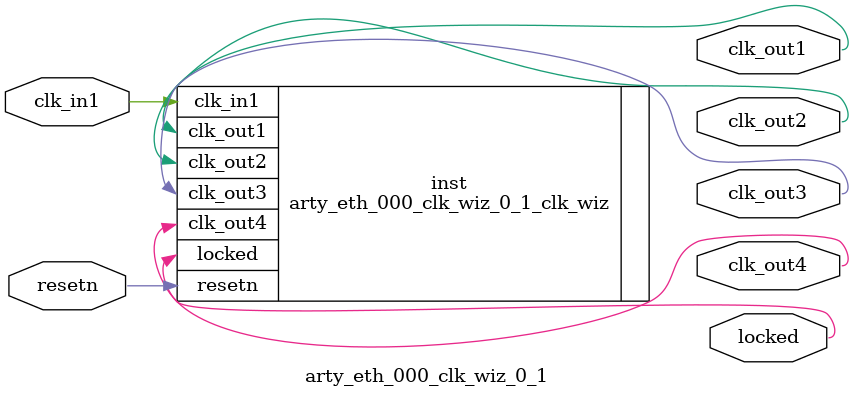
<source format=v>


`timescale 1ps/1ps

(* CORE_GENERATION_INFO = "arty_eth_000_clk_wiz_0_1,clk_wiz_v6_0_1_0_0,{component_name=arty_eth_000_clk_wiz_0_1,use_phase_alignment=true,use_min_o_jitter=false,use_max_i_jitter=false,use_dyn_phase_shift=false,use_inclk_switchover=false,use_dyn_reconfig=false,enable_axi=0,feedback_source=FDBK_AUTO,PRIMITIVE=MMCM,num_out_clk=4,clkin1_period=10.000,clkin2_period=10.000,use_power_down=false,use_reset=true,use_locked=true,use_inclk_stopped=false,feedback_type=SINGLE,CLOCK_MGR_TYPE=NA,manual_override=false}" *)

module arty_eth_000_clk_wiz_0_1 
 (
  // Clock out ports
  output        clk_out1,
  output        clk_out2,
  output        clk_out3,
  output        clk_out4,
  // Status and control signals
  input         resetn,
  output        locked,
 // Clock in ports
  input         clk_in1
 );

  arty_eth_000_clk_wiz_0_1_clk_wiz inst
  (
  // Clock out ports  
  .clk_out1(clk_out1),
  .clk_out2(clk_out2),
  .clk_out3(clk_out3),
  .clk_out4(clk_out4),
  // Status and control signals               
  .resetn(resetn), 
  .locked(locked),
 // Clock in ports
  .clk_in1(clk_in1)
  );

endmodule

</source>
